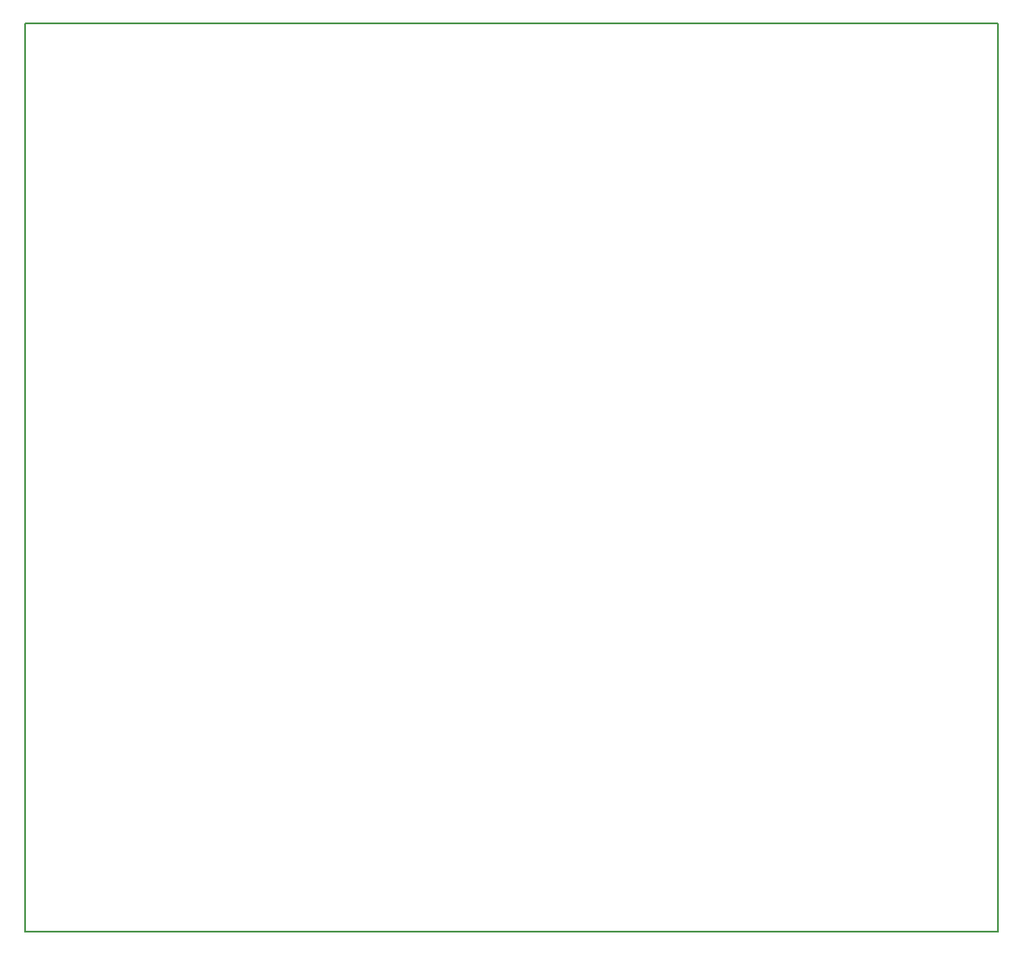
<source format=gbr>
G04 DipTrace 3.3.1.3*
G04 BoardOutline.gbr*
%MOIN*%
G04 #@! TF.FileFunction,Profile*
G04 #@! TF.Part,Single*
%ADD11C,0.005512*%
%FSLAX26Y26*%
G04*
G70*
G90*
G75*
G01*
G04 BoardOutline*
%LPD*%
X393700Y393700D2*
D11*
Y3893700D1*
X4143700D1*
Y393700D1*
X393700D1*
M02*

</source>
